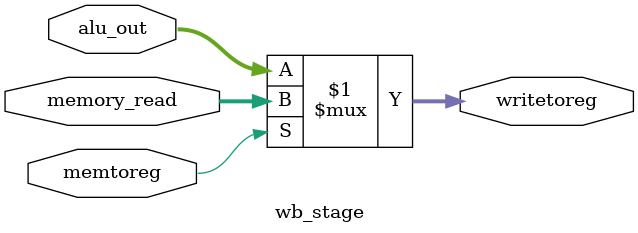
<source format=v>
`timescale 1ns / 1ps

module wb_stage(input [31:0] alu_out, input [31:0] memory_read, input memtoreg, output [31:0] writetoreg);

assign writetoreg=memtoreg?memory_read:alu_out;

endmodule
</source>
